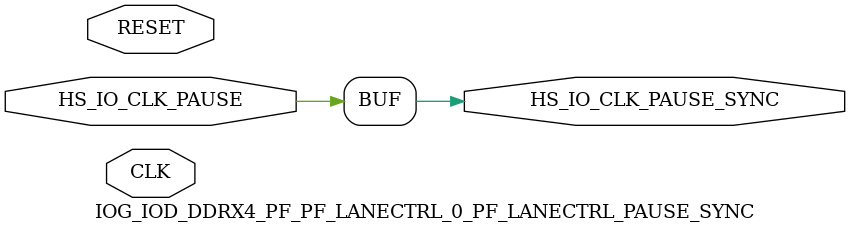
<source format=v>


module IOG_IOD_DDRX4_PF_PF_LANECTRL_0_PF_LANECTRL_PAUSE_SYNC( CLK, RESET, HS_IO_CLK_PAUSE, HS_IO_CLK_PAUSE_SYNC );
	
	input CLK, RESET, HS_IO_CLK_PAUSE;
	output HS_IO_CLK_PAUSE_SYNC;

	parameter ENABLE_PAUSE_EXTENSION = 2'b00;

	reg pause_reg_0, pause_reg_1, pause;
	wire pause_sync_0_i;

	generate 
		if( ENABLE_PAUSE_EXTENSION == 3'b000 ) begin : feed
			assign HS_IO_CLK_PAUSE_SYNC = HS_IO_CLK_PAUSE;
		end else if( ENABLE_PAUSE_EXTENSION == 3'b001 ) begin : pipe
			(* HS_IO_CLK_PAUSE_SYNC = 1, syn_keep = 1 *) SLE pause_sync_0(
				.CLK( CLK ),
				.D( HS_IO_CLK_PAUSE ),
				.Q( pause_sync_0_i ),
				.LAT( 1'b0 ),
				.EN( 1'b1 ),
				.ALn( ~RESET ),
				.ADn( 1'b1 ),
				.SLn( 1'b1 ),
				.SD( 1'b0 )
				);

			(* HS_IO_CLK_PAUSE_SYNC = 1, syn_keep = 1 *) SLE pause_sync (
				.CLK( CLK ),
				.D( pause_sync_0_i ),
				.Q( HS_IO_CLK_PAUSE_SYNC ),
				.LAT( 1'b0 ),
				.EN( 1'b1 ),
				.ALn( ~RESET ),
				.ADn( 1'b1 ),
				.SLn( 1'b1 ),
				.SD( 1'b0 )
				);
		end else if ( ENABLE_PAUSE_EXTENSION == 3'b010 ) begin : ext_pipe
			always @(posedge CLK or posedge RESET) begin : ext
				if( RESET == 1'b1 ) begin
					pause_reg_0 <= 1'b0;
					pause_reg_1 <= 1'b0;
					pause <= 1'b0;
				end else begin
					pause_reg_0 <= HS_IO_CLK_PAUSE;
					pause_reg_1 <= pause_reg_0;
					if( HS_IO_CLK_PAUSE == 1'b0 && pause_reg_0 ==1'b1 && pause_reg_1 == 1'b0 )
						pause <= 1'b1; // Extend by 1 cycle if the pulse is less than a cycle
					else
						pause <= HS_IO_CLK_PAUSE;
				end
			end

			(* HS_IO_CLK_PAUSE_SYNC = 1, syn_keep = 1 *) SLE pause_sync (
				.CLK( CLK ),
				.D( pause ),
				.Q( HS_IO_CLK_PAUSE_SYNC ),
				.LAT( 1'b0 ),
				.EN( 1'b1 ),
				.ALn( ~RESET ),
				.ADn( 1'b1 ),
				.SLn( 1'b1 ),
				.SD( 1'b0 )
				);
		end else if ( ENABLE_PAUSE_EXTENSION == 3'b011 ) begin : pipe_fall 
			(* HS_IO_CLK_PAUSE_SYNC = 1, syn_keep = 1 *) SLE pause_sync_0 (
				.CLK( CLK ),
				.D( HS_IO_CLK_PAUSE ),
				.Q( pause_sync_0_i ),
				.LAT( 1'b0 ),
				.EN( 1'b1 ),
				.ALn( ~RESET ),
				.ADn( 1'b1 ),
				.SLn( 1'b1 ),
				.SD( 1'b0 )
				);

			(* HS_IO_CLK_PAUSE_SYNC = 1, syn_keep = 1 *) SLE pause_sync (
				.CLK( ~CLK ),
				.D( pause_sync_0_i ),
				.Q( HS_IO_CLK_PAUSE_SYNC ),
				.LAT( 1'b0 ),
				.EN( 1'b1 ),
				.ALn( ~RESET ),
				.ADn( 1'b1 ),
				.SLn( 1'b1 ),
				.SD( 1'b0 )
				);
		end else if ( ENABLE_PAUSE_EXTENSION == 3'b100 ) begin : ext_pipe_fall 
			always @(posedge CLK or posedge RESET) begin : ext
				if( RESET == 1'b1 ) begin
					pause_reg_0 <= 1'b0;
					pause_reg_1 <= 1'b0;
					pause <= 1'b0;
				end else begin
					pause_reg_0 <= HS_IO_CLK_PAUSE;
					pause_reg_1 <= pause_reg_0;
					if( HS_IO_CLK_PAUSE == 1'b0 && pause_reg_0 ==1'b1 && pause_reg_1 == 1'b0 )
						pause <= 1'b1; // Extend by 1 cycle if the pulse is less than a cycle
					else
						pause <= HS_IO_CLK_PAUSE;
				end
			end

			(* HS_IO_CLK_PAUSE_SYNC = 1, syn_keep = 1 *) SLE pause_sync (
				.CLK( ~CLK ),
				.D( pause ),
				.Q( HS_IO_CLK_PAUSE_SYNC ),
				.LAT( 1'b0 ),
				.EN( 1'b1 ),
				.ALn( ~RESET ),
				.ADn( 1'b1 ),
				.SLn( 1'b1 ),
				.SD( 1'b0 )
				);
		end
	endgenerate

endmodule
</source>
